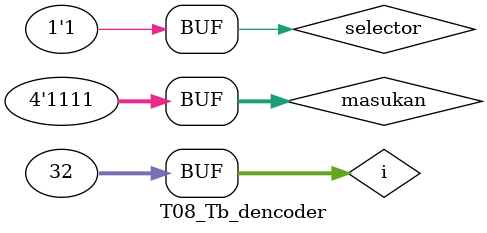
<source format=v>
module T08_Tb_dencoder;

    reg [3:0] masukan;
    reg selector;
    wire keluaran;

    integer i;

    T08_dencode dencoder(.masukan(masukan), .selector(selector), .keluaran(keluaran));

    initial begin
        masukan <= 0;
        selector <= 0;

        $monitor("masukan :%0b selector :%0b keluaran :%0b",
        masukan, selector, keluaran);

        for (i = 0; i < 32 ; i = i +1) begin
            {masukan, selector} = i;
            #10;            
        end
    end    
endmodule
</source>
